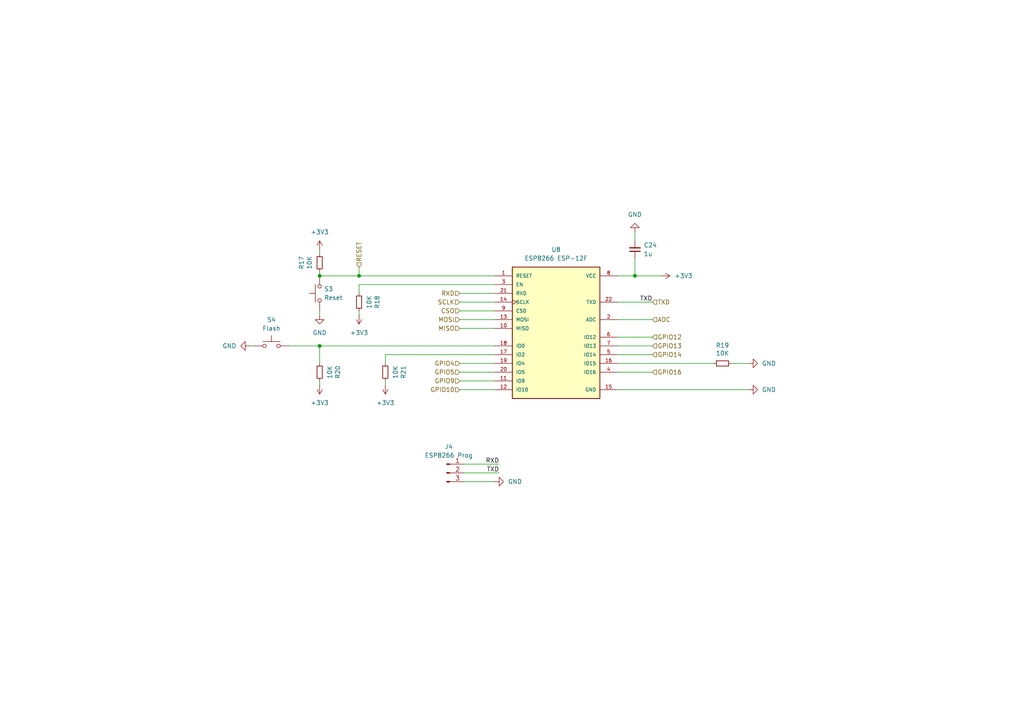
<source format=kicad_sch>
(kicad_sch (version 20250114) (generator "eeschema") (generator_version "9.0")
  (paper "A4")
  (title_block (title "${NAME}") (date "2025-06-22") (rev "${VERSION}") (company "Mikhail Matveev") (comment 1 "https://github.com/xtremespb/frank"))
  (lib_symbols
    (symbol "Connector:Conn_01x03_Pin" (pin_names (offset 1.016) (hide yes))
      (property "Reference" "J" (at 0 5.08 0))
      (property "Value" "Conn_01x03_Pin" (at 0 -5.08 0))
      (symbol "Conn_01x03_Pin_1_1"
        (rectangle (start 0.8636 2.667) (end 0 2.413) (stroke (width 0.1524)) (fill (type outline)))
        (rectangle (start 0.8636 0.127) (end 0 -0.127) (stroke (width 0.1524)) (fill (type outline)))
        (rectangle (start 0.8636 -2.413) (end 0 -2.667) (stroke (width 0.1524)) (fill (type outline)))
        (polyline (pts (xy 1.27 2.54) (xy 0.8636 2.54)) (stroke (width 0.1524)))
        (polyline (pts (xy 1.27 0) (xy 0.8636 0)) (stroke (width 0.1524)))
        (polyline (pts (xy 1.27 -2.54) (xy 0.8636 -2.54)) (stroke (width 0.1524)))
        (pin passive line (at 5.08 2.54 180) (length 3.81) (name "Pin_1") (number "1"))
        (pin passive line (at 5.08 0 180) (length 3.81) (name "Pin_2") (number "2"))
        (pin passive line (at 5.08 -2.54 180) (length 3.81) (name "Pin_3") (number "3"))
      )
    )
    (symbol "Device:C_Small" (pin_numbers (hide yes)) (pin_names (offset 0.254) (hide yes))
      (property "Reference" "C" (at 0.254 1.778 0))
      (property "Value" "C_Small" (at 0.254 -2.032 0))
      (symbol "C_Small_0_1"
        (polyline (pts (xy -1.524 0.508) (xy 1.524 0.508)) (stroke (width 0.3048)))
        (polyline (pts (xy -1.524 -0.508) (xy 1.524 -0.508)) (stroke (width 0.3302)))
      )
      (symbol "C_Small_1_1"
        (pin passive line (at 0 2.54 270) (length 2.032) (name "~") (number "1"))
        (pin passive line (at 0 -2.54 90) (length 2.032) (name "~") (number "2"))
      )
    )
    (symbol "Device:R_Small" (pin_numbers (hide yes)) (pin_names (offset 0.254) (hide yes))
      (property "Reference" "R" (at 0.762 0.508 0))
      (property "Value" "R_Small" (at 0.762 -1.016 0))
      (symbol "R_Small_0_1"
        (rectangle (start -0.762 1.778) (end 0.762 -1.778) (stroke (width 0.2032)))
      )
      (symbol "R_Small_1_1"
        (pin passive line (at 0 2.54 270) (length 0.762) (name "~") (number "1"))
        (pin passive line (at 0 -2.54 90) (length 0.762) (name "~") (number "2"))
      )
    )
    (symbol "ESP8266-12E_ESP-12E:ESP8266-12E_ESP-12E" (pin_names (offset 1.016))
      (property "Reference" "U" (at -12.7161 18.3112 0))
      (property "Value" "ESP8266-12E_ESP-12E" (at -12.7084 -23.3835 0))
      (symbol "ESP8266-12E_ESP-12E_0_0"
        (rectangle (start -12.7 -20.32) (end 12.7 17.78) (stroke (width 0.254)) (fill (type background)))
        (pin input line (at -17.78 15.24 0) (length 5.08) (name "RESET") (number "1"))
        (pin input line (at -17.78 12.7 0) (length 5.08) (name "EN") (number "3"))
        (pin input line (at -17.78 10.16 0) (length 5.08) (name "RXD") (number "21"))
        (pin input clock (at -17.78 7.62 0) (length 5.08) (name "SCLK") (number "14"))
        (pin input line (at -17.78 5.08 0) (length 5.08) (name "CS0") (number "9"))
        (pin bidirectional line (at -17.78 2.54 0) (length 5.08) (name "MOSI") (number "13"))
        (pin bidirectional line (at -17.78 0 0) (length 5.08) (name "MISO") (number "10"))
        (pin bidirectional line (at -17.78 -5.08 0) (length 5.08) (name "IO0") (number "18"))
        (pin bidirectional line (at -17.78 -7.62 0) (length 5.08) (name "IO2") (number "17"))
        (pin bidirectional line (at -17.78 -10.16 0) (length 5.08) (name "IO4") (number "19"))
        (pin bidirectional line (at -17.78 -12.7 0) (length 5.08) (name "IO5") (number "20"))
        (pin bidirectional line (at -17.78 -15.24 0) (length 5.08) (name "IO9") (number "11"))
        (pin bidirectional line (at -17.78 -17.78 0) (length 5.08) (name "IO10") (number "12"))
        (pin power_in line (at 17.78 15.24 180) (length 5.08) (name "VCC") (number "8"))
        (pin output line (at 17.78 7.62 180) (length 5.08) (name "TXD") (number "22"))
        (pin passive line (at 17.78 2.54 180) (length 5.08) (name "ADC") (number "2"))
        (pin bidirectional line (at 17.78 -2.54 180) (length 5.08) (name "IO12") (number "6"))
        (pin bidirectional line (at 17.78 -5.08 180) (length 5.08) (name "IO13") (number "7"))
        (pin bidirectional line (at 17.78 -7.62 180) (length 5.08) (name "IO14") (number "5"))
        (pin bidirectional line (at 17.78 -10.16 180) (length 5.08) (name "IO15") (number "16"))
        (pin bidirectional line (at 17.78 -12.7 180) (length 5.08) (name "IO16") (number "4"))
        (pin power_in line (at 17.78 -17.78 180) (length 5.08) (name "GND") (number "15"))
      )
    )
    (symbol "Switch:SW_Push" (pin_numbers (hide yes)) (pin_names (offset 1.016) (hide yes))
      (property "Reference" "SW" (at 1.27 2.54 0))
      (property "Value" "SW_Push" (at 0 -1.524 0))
      (symbol "SW_Push_0_1"
        (circle (center -2.032 0) (radius 0.508))
        (polyline (pts (xy 0 1.27) (xy 0 3.048)))
        (circle (center 2.032 0) (radius 0.508))
        (polyline (pts (xy 2.54 1.27) (xy -2.54 1.27)))
        (pin passive line (at -5.08 0 0) (length 2.54) (name "1") (number "1"))
        (pin passive line (at 5.08 0 180) (length 2.54) (name "2") (number "2"))
      )
    )
    (symbol "power:+3V3" (power) (pin_numbers (hide yes)) (pin_names (offset 0) (hide yes))
      (property "Value" "+3V3" (at 0 3.556 0))
      (symbol "+3V3_0_1"
        (polyline (pts (xy -0.762 1.27) (xy 0 2.54)))
        (polyline (pts (xy 0 2.54) (xy 0.762 1.27)))
        (polyline (pts (xy 0 0) (xy 0 2.54)))
      )
      (symbol "+3V3_1_1"
        (pin power_in line (at 0 0 90) (length 0) (name "~") (number "1"))
      )
    )
    (symbol "power:GND" (power) (pin_numbers (hide yes)) (pin_names (offset 0) (hide yes))
      (property "Value" "GND" (at 0 -3.81 0))
      (symbol "GND_0_1"
        (polyline (pts (xy 0 0) (xy 0 -1.27) (xy 1.27 -1.27) (xy 0 -2.54) (xy -1.27 -1.27) (xy 0 -1.27)))
      )
      (symbol "GND_1_1"
        (pin power_in line (at 0 0 270) (length 0) (name "~") (number "1"))
      )
    )
  )
  (junction (at 184.15 80.01))
  (junction (at 92.71 100.33))
  (junction (at 104.14 80.01))
  (junction (at 92.71 80.01))
  (wire (pts (xy 212.09 105.41) (xy 217.17 105.41)))
  (wire (pts (xy 133.35 110.49) (xy 143.51 110.49)))
  (wire (pts (xy 134.62 137.16) (xy 144.78 137.16)))
  (wire (pts (xy 92.71 91.44) (xy 92.71 90.17)))
  (wire (pts (xy 92.71 100.33) (xy 143.51 100.33)))
  (wire (pts (xy 189.23 97.79) (xy 179.07 97.79)))
  (wire (pts (xy 189.23 102.87) (xy 179.07 102.87)))
  (wire (pts (xy 92.71 72.39) (xy 92.71 73.66)))
  (wire (pts (xy 133.35 95.25) (xy 143.51 95.25)))
  (wire (pts (xy 111.76 105.41) (xy 111.76 102.87)))
  (wire (pts (xy 143.51 107.95) (xy 133.35 107.95)))
  (wire (pts (xy 104.14 80.01) (xy 143.51 80.01)))
  (wire (pts (xy 133.35 90.17) (xy 143.51 90.17)))
  (wire (pts (xy 179.07 80.01) (xy 184.15 80.01)))
  (wire (pts (xy 92.71 80.01) (xy 104.14 80.01)))
  (wire (pts (xy 143.51 105.41) (xy 133.35 105.41)))
  (wire (pts (xy 179.07 87.63) (xy 189.23 87.63)))
  (wire (pts (xy 92.71 78.74) (xy 92.71 80.01)))
  (wire (pts (xy 184.15 67.31) (xy 184.15 69.85)))
  (wire (pts (xy 133.35 87.63) (xy 143.51 87.63)))
  (wire (pts (xy 104.14 90.17) (xy 104.14 91.44)))
  (wire (pts (xy 111.76 110.49) (xy 111.76 111.76)))
  (wire (pts (xy 184.15 80.01) (xy 191.77 80.01)))
  (wire (pts (xy 92.71 100.33) (xy 92.71 105.41)))
  (wire (pts (xy 104.14 82.55) (xy 104.14 85.09)))
  (wire (pts (xy 134.62 139.7) (xy 143.51 139.7)))
  (wire (pts (xy 92.71 111.76) (xy 92.71 110.49)))
  (wire (pts (xy 189.23 92.71) (xy 179.07 92.71)))
  (wire (pts (xy 104.14 77.47) (xy 104.14 80.01)))
  (wire (pts (xy 184.15 74.93) (xy 184.15 80.01)))
  (wire (pts (xy 133.35 113.03) (xy 143.51 113.03)))
  (wire (pts (xy 111.76 102.87) (xy 143.51 102.87)))
  (wire (pts (xy 72.39 100.33) (xy 73.66 100.33)))
  (wire (pts (xy 189.23 100.33) (xy 179.07 100.33)))
  (wire (pts (xy 143.51 82.55) (xy 104.14 82.55)))
  (wire (pts (xy 83.82 100.33) (xy 92.71 100.33)))
  (wire (pts (xy 133.35 92.71) (xy 143.51 92.71)))
  (wire (pts (xy 134.62 134.62) (xy 144.78 134.62)))
  (wire (pts (xy 217.17 113.03) (xy 179.07 113.03)))
  (wire (pts (xy 179.07 105.41) (xy 207.01 105.41)))
  (wire (pts (xy 189.23 107.95) (xy 179.07 107.95)))
  (wire (pts (xy 143.51 85.09) (xy 133.35 85.09)))
  (label "TXD" (at 189.23 87.63 180))
  (label "RXD" (at 144.78 134.62 180))
  (label "TXD" (at 144.78 137.16 180))
  (hierarchical_label "SCLK" (shape input) (at 133.35 87.63 180))
  (hierarchical_label "TXD" (shape input) (at 189.23 87.63 0))
  (hierarchical_label "GPIO10" (shape input) (at 133.35 113.03 180))
  (hierarchical_label "GPIO4" (shape input) (at 133.35 105.41 180))
  (hierarchical_label "RXD" (shape input) (at 133.35 85.09 180))
  (hierarchical_label "RESET" (shape input) (at 104.14 77.47 90))
  (hierarchical_label "ADC" (shape input) (at 189.23 92.71 0))
  (hierarchical_label "MOSI" (shape input) (at 133.35 92.71 180))
  (hierarchical_label "GPIO16" (shape input) (at 189.23 107.95 0))
  (hierarchical_label "GPIO13" (shape input) (at 189.23 100.33 0))
  (hierarchical_label "MISO" (shape input) (at 133.35 95.25 180))
  (hierarchical_label "GPIO9" (shape input) (at 133.35 110.49 180))
  (hierarchical_label "GPIO5" (shape input) (at 133.35 107.95 180))
  (hierarchical_label "GPIO12" (shape input) (at 189.23 97.79 0))
  (hierarchical_label "GPIO14" (shape input) (at 189.23 102.87 0))
  (hierarchical_label "CSO" (shape input) (at 133.35 90.17 180))
  (symbol (lib_id "power:+3V3") (at 104.14 91.44 180) (unit 1)
    (property "Reference" "#PWR055" (effects (hide yes)))
    (property "Value" "+3V3" (at 104.14 96.52 0))
    (property "Description" "Power symbol creates a global label with name \"+3V3\"" (effects (hide yes)))
  )
  (symbol (lib_id "Device:R_Small") (at 92.71 76.2 0) (unit 1)
    (property "Reference" "R17" (at 87.4522 76.2 90))
    (property "Value" "10K" (at 89.7636 76.2 90))
    (property "Footprint" "FRANK:Resistor (0805)" (effects (hide yes)))
    (property "Datasheet" "https://www.vishay.com/docs/28952/mcs0402at-mct0603at-mcu0805at-mca1206at.pdf" (effects (hide yes)))
    (property "Description" "Resistor, small symbol" (effects (hide yes)))
    (property "AliExpress" "https://www.aliexpress.com/item/1005005945735199.html" (effects (hide yes)))
  )
  (symbol (lib_id "Connector:Conn_01x03_Pin") (at 129.54 137.16 0) (unit 1)
    (property "Reference" "J4" (at 130.175 129.54 0))
    (property "Value" "ESP8266 Prog" (at 130.175 132.08 0))
    (property "Footprint" "FRANK:Pin Header (1x03)" (effects (hide yes)))
    (property "Datasheet" "https://www.mouser.com/datasheet/2/154/basics-us_2-54mm-125848.pdf" (effects (hide yes)))
    (property "Description" "Generic connector, single row, 01x03, script generated" (effects (hide yes)))
    (property "AliExpress" "https://vi.aliexpress.com/item/1005006186853439.html" (effects (hide yes)))
  )
  (symbol (lib_id "Device:R_Small") (at 104.14 87.63 180) (unit 1)
    (property "Reference" "R18" (at 109.3978 87.63 90))
    (property "Value" "10K" (at 107.0864 87.63 90))
    (property "Footprint" "FRANK:Resistor (0805)" (effects (hide yes)))
    (property "Datasheet" "https://www.vishay.com/docs/28952/mcs0402at-mct0603at-mcu0805at-mca1206at.pdf" (effects (hide yes)))
    (property "Description" "Resistor, small symbol" (effects (hide yes)))
    (property "AliExpress" "https://www.aliexpress.com/item/1005005945735199.html" (effects (hide yes)))
  )
  (symbol (lib_id "power:GND") (at 217.17 113.03 90) (unit 1)
    (property "Reference" "#PWR060" (effects (hide yes)))
    (property "Value" "GND" (at 220.98 113.0299 90) (effects (justify right)))
    (property "Description" "Power symbol creates a global label with name \"GND\" , ground" (effects (hide yes)))
  )
  (symbol (lib_id "power:+3V3") (at 92.71 111.76 180) (unit 1)
    (property "Reference" "#PWR058" (effects (hide yes)))
    (property "Value" "+3V3" (at 92.71 116.84 0))
    (property "Description" "Power symbol creates a global label with name \"+3V3\"" (effects (hide yes)))
  )
  (symbol (lib_id "Device:R_Small") (at 92.71 107.95 180) (unit 1)
    (property "Reference" "R20" (at 97.9678 107.95 90))
    (property "Value" "10K" (at 95.6564 107.95 90))
    (property "Footprint" "FRANK:Resistor (0805)" (effects (hide yes)))
    (property "Datasheet" "https://www.vishay.com/docs/28952/mcs0402at-mct0603at-mcu0805at-mca1206at.pdf" (effects (hide yes)))
    (property "Description" "Resistor, small symbol" (effects (hide yes)))
    (property "AliExpress" "https://www.aliexpress.com/item/1005005945735199.html" (effects (hide yes)))
  )
  (symbol (lib_id "power:GND") (at 92.71 91.44 0) (unit 1)
    (property "Reference" "#PWR054" (effects (hide yes)))
    (property "Value" "GND" (at 92.71 96.52 0))
    (property "Description" "Power symbol creates a global label with name \"GND\" , ground" (effects (hide yes)))
  )
  (symbol (lib_id "power:GND") (at 184.15 67.31 180) (unit 1)
    (property "Reference" "#PWR051" (effects (hide yes)))
    (property "Value" "GND" (at 184.15 62.23 0))
    (property "Description" "Power symbol creates a global label with name \"GND\" , ground" (effects (hide yes)))
  )
  (symbol (lib_id "Device:C_Small") (at 184.15 72.39 180) (unit 1)
    (property "Reference" "C24" (at 186.69 71.1135 0) (effects (justify right)))
    (property "Value" "1u" (at 186.69 73.6535 0) (effects (justify right)))
    (property "Footprint" "FRANK:Capacitor (0805)" (effects (hide yes)))
    (property "Datasheet" "https://eu.mouser.com/datasheet/2/40/KGM_X7R-3223212.pdf" (effects (hide yes)))
    (property "Description" "Unpolarized capacitor, small symbol" (effects (hide yes)))
    (property "AliExpress" "https://www.aliexpress.com/item/33008008276.html" (effects (hide yes)))
  )
  (symbol (lib_id "power:GND") (at 217.17 105.41 90) (unit 1)
    (property "Reference" "#PWR057" (effects (hide yes)))
    (property "Value" "GND" (at 220.98 105.4099 90) (effects (justify right)))
    (property "Description" "Power symbol creates a global label with name \"GND\" , ground" (effects (hide yes)))
  )
  (symbol (lib_id "Switch:SW_Push") (at 92.71 85.09 90) (unit 1)
    (property "Reference" "S3" (at 93.98 83.8199 90) (effects (justify right)))
    (property "Value" "Reset" (at 93.98 86.3599 90) (effects (justify right)))
    (property "Footprint" "FRANK:TACT-SIDE-4623" (effects (hide yes)))
    (property "Datasheet" "https://parts4laptops.eu/en/microbuttons/3300-microbutton-tact-switch-ts-1233-33x33x15mm-smt-mounting.html" (effects (hide yes)))
    (property "AliExpress" "https://www.aliexpress.com/item/1005007359248990.html" (effects (hide yes)))
  )
  (symbol (lib_id "Switch:SW_Push") (at 78.74 100.33 0) (unit 1)
    (property "Reference" "S4" (at 78.74 92.71 0))
    (property "Value" "Flash" (at 78.74 95.25 0))
    (property "Footprint" "FRANK:TACT-SIDE-4623" (effects (hide yes)))
    (property "Datasheet" "https://parts4laptops.eu/en/microbuttons/3300-microbutton-tact-switch-ts-1233-33x33x15mm-smt-mounting.html" (effects (hide yes)))
    (property "AliExpress" "https://www.aliexpress.com/item/1005007359248990.html" (effects (hide yes)))
  )
  (symbol (lib_id "power:+3V3") (at 111.76 111.76 180) (unit 1)
    (property "Reference" "#PWR059" (effects (hide yes)))
    (property "Value" "+3V3" (at 111.76 116.84 0))
    (property "Description" "Power symbol creates a global label with name \"+3V3\"" (effects (hide yes)))
  )
  (symbol (lib_id "Device:R_Small") (at 111.76 107.95 180) (unit 1)
    (property "Reference" "R21" (at 117.0178 107.95 90))
    (property "Value" "10K" (at 114.7064 107.95 90))
    (property "Footprint" "FRANK:Resistor (0805)" (effects (hide yes)))
    (property "Datasheet" "https://www.vishay.com/docs/28952/mcs0402at-mct0603at-mcu0805at-mca1206at.pdf" (effects (hide yes)))
    (property "Description" "Resistor, small symbol" (effects (hide yes)))
    (property "AliExpress" "https://www.aliexpress.com/item/1005005945735199.html" (effects (hide yes)))
  )
  (symbol (lib_id "power:GND") (at 72.39 100.33 270) (unit 1)
    (property "Reference" "#PWR056" (effects (hide yes)))
    (property "Value" "GND" (at 68.58 100.3299 90) (effects (justify right)))
    (property "Description" "Power symbol creates a global label with name \"GND\" , ground" (effects (hide yes)))
  )
  (symbol (lib_id "power:+3V3") (at 191.77 80.01 270) (unit 1)
    (property "Reference" "#PWR053" (effects (hide yes)))
    (property "Value" "+3V3" (at 195.58 80.0099 90) (effects (justify left)))
    (property "Description" "Power symbol creates a global label with name \"+3V3\"" (effects (hide yes)))
  )
  (symbol (lib_id "Device:R_Small") (at 209.55 105.41 270) (unit 1)
    (property "Reference" "R19" (at 209.55 100.1522 90))
    (property "Value" "10K" (at 209.55 102.4636 90))
    (property "Footprint" "FRANK:Resistor (0805)" (effects (hide yes)))
    (property "Datasheet" "https://www.vishay.com/docs/28952/mcs0402at-mct0603at-mcu0805at-mca1206at.pdf" (effects (hide yes)))
    (property "Description" "Resistor, small symbol" (effects (hide yes)))
    (property "AliExpress" "https://www.aliexpress.com/item/1005005945735199.html" (effects (hide yes)))
  )
  (symbol (lib_id "ESP8266-12E_ESP-12E:ESP8266-12E_ESP-12E") (at 161.29 95.25 0) (unit 1)
    (property "Reference" "U8" (at 161.29 72.39 0))
    (property "Value" "ESP8266 ESP-12F" (at 161.29 74.93 0))
    (property "Footprint" "FRANK:ESP8266 ESP-12E" (effects (hide yes)))
    (property "Datasheet" "https://docs.ai-thinker.com/_media/esp8266/docs/esp-12f_product_specification_en.pdf" (effects (hide yes)))
    (property "MF" "AI-Thinker" (effects (hide yes)))
    (property "Description_1" "This WiFi module has a 32-bit MCU micro and clock speeds supporting 80 MHz or 160 MHz. Supports the RTOS and integrated Wi-Fi MAC/BB/RF/PA/LNA, and has an on-board antenna." (effects (hide yes)))
    (property "Package" "None" (effects (hide yes)))
    (property "Price" "None" (effects (hide yes)))
    (property "Check_prices" "https://www.snapeda.com/parts/ESP8266-12E/ESP-12E/AI-Thinker/view-part/?ref=eda" (effects (hide yes)))
    (property "SnapEDA_Link" "https://www.snapeda.com/parts/ESP8266-12E/ESP-12E/AI-Thinker/view-part/?ref=snap" (effects (hide yes)))
    (property "MP" "ESP8266-12E/ESP-12E" (effects (hide yes)))
    (property "Availability" "Not in stock" (effects (hide yes)))
    (property "MANUFACTURER" "AI-Thinker" (effects (hide yes)))
    (property "AliExpress" "https://vi.aliexpress.com/item/1005007014587323.html" (effects (hide yes)))
  )
  (symbol (lib_id "power:+3V3") (at 92.71 72.39 0) (unit 1)
    (property "Reference" "#PWR052" (effects (hide yes)))
    (property "Value" "+3V3" (at 92.71 67.31 0))
    (property "Description" "Power symbol creates a global label with name \"+3V3\"" (effects (hide yes)))
  )
  (symbol (lib_id "power:GND") (at 143.51 139.7 90) (unit 1)
    (property "Reference" "#PWR061" (effects (hide yes)))
    (property "Value" "GND" (at 147.32 139.6999 90) (effects (justify right)))
    (property "Description" "Power symbol creates a global label with name \"GND\" , ground" (effects (hide yes)))
  )
)
</source>
